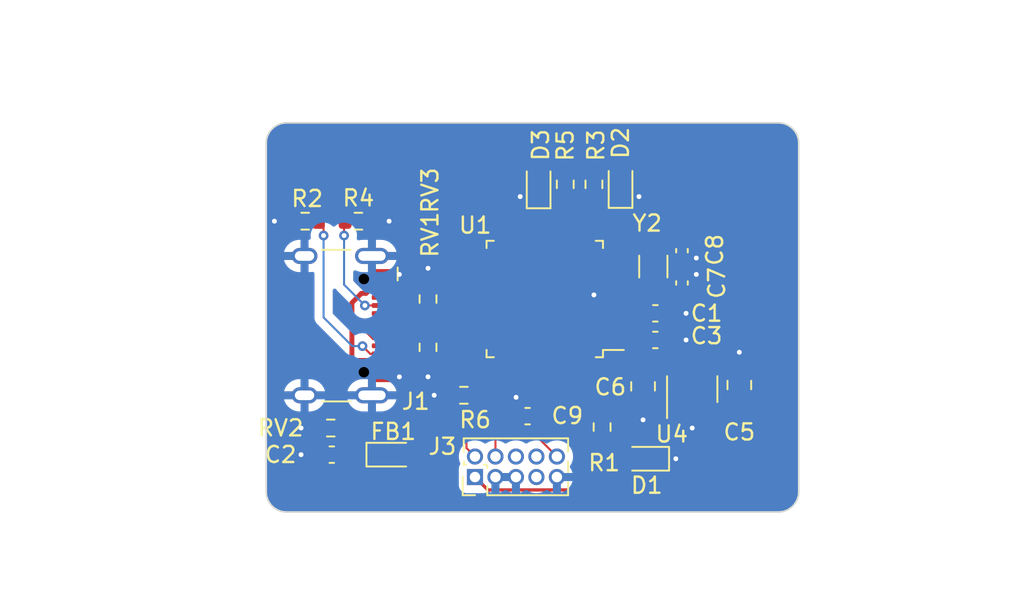
<source format=kicad_pcb>
(kicad_pcb (version 20221018) (generator pcbnew)
  (layers (0 "F.Cu" signal) (31 "B.Cu" signal) (34 "B.Paste" user) (35 "F.Paste" user) (36 "B.SilkS" user "B.Silkscreen") (37 "F.SilkS" user "F.Silkscreen") (38 "B.Mask" user) (39 "F.Mask" user) (44 "Edge.Cuts" user))
  (net 0 "")
  (net 1 "+3V3")
  (net 2 "GND")
  (net 3 "+5V")
  (net 4 "/NRESET")
  (net 5 "Net-(D1-A)")
  (net 6 "Net-(D2-A)")
  (net 7 "Net-(D3-A)")
  (net 8 "/SWDIO")
  (net 9 "/SWCLK")
  (net 10 "/RED_ANN")
  (net 11 "Net-(J1-CC2)")
  (net 12 "Net-(J1-CC1)")
  (net 13 "/GRN_ANN")
  (net 37 "/USB_N")
  (net 38 "/USB_P")
  (net 53 "/VBUS")
  (net 54 "/OSC_IN")
  (net 55 "/OSC_OUT")
  (footprint "Resistor_SMD:R_0603_1608Metric" (layer "F.Cu") (at 90.043 72.3392 -90)
    (fp_text reference "RV1" (at -6.985 -0.127 90) (layer "F.SilkS"))
    (fp_text value "CG0603MLC-05LE")
    (fp_line (start -0.237258 -0.5225) (end 0.237258 -0.5225) (stroke (width 0.12)) (layer "F.SilkS"))
    (fp_line (start -0.237258 0.5225) (end 0.237258 0.5225) (stroke (width 0.12)) (layer "F.SilkS"))
    (pad "1" smd roundrect (at -0.825 0 270) (size 0.8 0.95) (layers "F.Cu" "F.Paste" "F.Mask") (net 38 "/USB_P"))
    (pad "2" smd roundrect (at 0.825 0 270) (size 0.8 0.95) (layers "F.Cu" "F.Paste" "F.Mask") (net 2 "GND"))
  )
  (footprint "Resistor_SMD:R_0603_1608Metric" (layer "F.Cu") (at 100.33 62.23 90)
    (fp_text reference "R3" (at 2.413 0.127 90) (layer "F.SilkS"))
    (fp_text value "1K0")
    (fp_line (start -0.237258 -0.5225) (end 0.237258 -0.5225) (stroke (width 0.12)) (layer "F.SilkS"))
    (fp_line (start -0.237258 0.5225) (end 0.237258 0.5225) (stroke (width 0.12)) (layer "F.SilkS"))
    (pad "1" smd roundrect (at -0.825 0 90) (size 0.8 0.95) (layers "F.Cu" "F.Paste" "F.Mask") (net 10 "/RED_ANN"))
    (pad "2" smd roundrect (at 0.825 0 90) (size 0.8 0.95) (layers "F.Cu" "F.Paste" "F.Mask") (net 6 "Net-(D2-A)"))
  )
  (footprint "Diode_SMD:D_0603_1608Metric_Pad1.05x0.95mm_HandSolder" (layer "F.Cu") (at 87.884 78.994)
    (fp_text reference "FB1" (at 0 -1.43) (layer "F.SilkS"))
    (fp_text value "FerriteBead_Small")
    (fp_line (start -1.66 -0.735) (end -1.66 0.735) (stroke (width 0.12)) (layer "F.SilkS"))
    (fp_line (start -1.66 0.735) (end 0.8 0.735) (stroke (width 0.12)) (layer "F.SilkS"))
    (fp_line (start 0.8 -0.735) (end -1.66 -0.735) (stroke (width 0.12)) (layer "F.SilkS"))
    (pad "1" smd roundrect (at -0.875 0) (size 1.05 0.95) (layers "F.Cu" "F.Paste" "F.Mask") (net 53 "/VBUS"))
    (pad "2" smd roundrect (at 0.875 0) (size 1.05 0.95) (layers "F.Cu" "F.Paste" "F.Mask") (net 3 "+5V"))
  )
  (footprint "Connector_PinHeader_1.27mm:PinHeader_2x05_P1.27mm_Vertical" (layer "F.Cu") (at 92.954 80.381 90)
    (fp_text reference "J3" (at 1.895 -2.022 180) (layer "F.SilkS"))
    (fp_text value "Conn_ARM_JTAG_SWD_10")
    (fp_line (start -1.13 -0.76) (end 0 -0.76) (stroke (width 0.12)) (layer "F.SilkS"))
    (fp_line (start -1.13 0) (end -1.13 -0.76) (stroke (width 0.12)) (layer "F.SilkS"))
    (fp_line (start -1.13 0.76) (end -1.13 5.775) (stroke (width 0.12)) (layer "F.SilkS"))
    (fp_line (start -1.13 0.76) (end -0.563471 0.76) (stroke (width 0.12)) (layer "F.SilkS"))
    (fp_line (start -1.13 5.775) (end -0.30753 5.775) (stroke (width 0.12)) (layer "F.SilkS"))
    (fp_line (start 0.30753 5.775) (end 0.96247 5.775) (stroke (width 0.12)) (layer "F.SilkS"))
    (fp_line (start 0.563471 0.76) (end 0.706529 0.76) (stroke (width 0.12)) (layer "F.SilkS"))
    (fp_line (start 0.76 -0.695) (end 0.96247 -0.695) (stroke (width 0.12)) (layer "F.SilkS"))
    (fp_line (start 0.76 -0.563471) (end 0.76 -0.695) (stroke (width 0.12)) (layer "F.SilkS"))
    (fp_line (start 0.76 0.706529) (end 0.76 0.563471) (stroke (width 0.12)) (layer "F.SilkS"))
    (fp_line (start 1.57753 -0.695) (end 2.4 -0.695) (stroke (width 0.12)) (layer "F.SilkS"))
    (fp_line (start 1.57753 5.775) (end 2.4 5.775) (stroke (width 0.12)) (layer "F.SilkS"))
    (fp_line (start 2.4 -0.695) (end 2.4 5.775) (stroke (width 0.12)) (layer "F.SilkS"))
    (pad "1" thru_hole rect (at 0 0 90) (size 1 1) (drill 0.65) (layers "*.Cu" "*.Mask") (net 1 "+3V3"))
    (pad "2" thru_hole oval (at 1.27 0 90) (size 1 1) (drill 0.65) (layers "*.Cu" "*.Mask") (net 8 "/SWDIO"))
    (pad "3" thru_hole oval (at 0 1.27 90) (size 1 1) (drill 0.65) (layers "*.Cu" "*.Mask") (net 2 "GND"))
    (pad "4" thru_hole oval (at 1.27 1.27 90) (size 1 1) (drill 0.65) (layers "*.Cu" "*.Mask") (net 9 "/SWCLK"))
    (pad "5" thru_hole oval (at 0 2.54 90) (size 1 1) (drill 0.65) (layers "*.Cu" "*.Mask") (net 2 "GND"))
    (pad "6" thru_hole oval (at 1.27 2.54 90) (size 1 1) (drill 0.65) (layers "*.Cu" "*.Mask"))
    (pad "7" thru_hole oval (at 0 3.81 90) (size 1 1) (drill 0.65) (layers "*.Cu" "*.Mask"))
    (pad "8" thru_hole oval (at 1.27 3.81 90) (size 1 1) (drill 0.65) (layers "*.Cu" "*.Mask"))
    (pad "9" thru_hole oval (at 0 5.08 90) (size 1 1) (drill 0.65) (layers "*.Cu" "*.Mask") (net 2 "GND"))
    (pad "10" thru_hole oval (at 1.27 5.08 90) (size 1 1) (drill 0.65) (layers "*.Cu" "*.Mask") (net 4 "/NRESET"))
  )
  (footprint "Resistor_SMD:R_0603_1608Metric" (layer "F.Cu") (at 98.552 62.23 90)
    (fp_text reference "R5" (at 2.413 0 90) (layer "F.SilkS"))
    (fp_text value "330")
    (fp_line (start -0.237258 -0.5225) (end 0.237258 -0.5225) (stroke (width 0.12)) (layer "F.SilkS"))
    (fp_line (start -0.237258 0.5225) (end 0.237258 0.5225) (stroke (width 0.12)) (layer "F.SilkS"))
    (pad "1" smd roundrect (at -0.825 0 90) (size 0.8 0.95) (layers "F.Cu" "F.Paste" "F.Mask") (net 13 "/GRN_ANN"))
    (pad "2" smd roundrect (at 0.825 0 90) (size 0.8 0.95) (layers "F.Cu" "F.Paste" "F.Mask") (net 7 "Net-(D3-A)"))
  )
  (footprint "Resistor_SMD:R_0603_1608Metric" (layer "F.Cu") (at 84.011 77.343 180)
    (fp_text reference "RV2" (at 3.112 0) (layer "F.SilkS"))
    (fp_text value "CG0603MLC-05LE")
    (fp_line (start -0.237258 -0.5225) (end 0.237258 -0.5225) (stroke (width 0.12)) (layer "F.SilkS"))
    (fp_line (start -0.237258 0.5225) (end 0.237258 0.5225) (stroke (width 0.12)) (layer "F.SilkS"))
    (pad "1" smd roundrect (at -0.825 0 180) (size 0.8 0.95) (layers "F.Cu" "F.Paste" "F.Mask") (net 53 "/VBUS"))
    (pad "2" smd roundrect (at 0.825 0 180) (size 0.8 0.95) (layers "F.Cu" "F.Paste" "F.Mask") (net 2 "GND"))
  )
  (footprint "Capacitor_SMD:C_0603_1608Metric" (layer "F.Cu") (at 104.14 71.882)
    (fp_text reference "C3" (at 3.175 -0.254) (layer "F.SilkS"))
    (fp_text value "100n")
    (fp_line (start -0.14058 -0.51) (end 0.14058 -0.51) (stroke (width 0.12)) (layer "F.SilkS"))
    (fp_line (start -0.14058 0.51) (end 0.14058 0.51) (stroke (width 0.12)) (layer "F.SilkS"))
    (pad "1" smd roundrect (at -0.775 0) (size 0.9 0.95) (layers "F.Cu" "F.Paste" "F.Mask") (net 1 "+3V3"))
    (pad "2" smd roundrect (at 0.775 0) (size 0.9 0.95) (layers "F.Cu" "F.Paste" "F.Mask") (net 2 "GND"))
  )
  (footprint "Capacitor_SMD:C_0805_2012Metric" (layer "F.Cu") (at 109.347 74.676 90)
    (fp_text reference "C5" (at -2.921 0) (layer "F.SilkS"))
    (fp_text value "10u")
    (fp_line (start -0.261252 -0.735) (end 0.261252 -0.735) (stroke (width 0.12)) (layer "F.SilkS"))
    (fp_line (start -0.261252 0.735) (end 0.261252 0.735) (stroke (width 0.12)) (layer "F.SilkS"))
    (pad "1" smd roundrect (at -0.95 0 90) (size 1 1.45) (layers "F.Cu" "F.Paste" "F.Mask") (net 3 "+5V"))
    (pad "2" smd roundrect (at 0.95 0 90) (size 1 1.45) (layers "F.Cu" "F.Paste" "F.Mask") (net 2 "GND"))
  )
  (footprint "LED_SMD:LED_0603_1608Metric" (layer "F.Cu") (at 101.981 62.2046 90)
    (fp_text reference "D2" (at 2.54 0 90) (layer "F.SilkS"))
    (fp_text value "RED")
    (fp_line (start -1.485 -0.735) (end -1.485 0.735) (stroke (width 0.12)) (layer "F.SilkS"))
    (fp_line (start -1.485 0.735) (end 0.8 0.735) (stroke (width 0.12)) (layer "F.SilkS"))
    (fp_line (start 0.8 -0.735) (end -1.485 -0.735) (stroke (width 0.12)) (layer "F.SilkS"))
    (pad "1" smd roundrect (at -0.7875 0 90) (size 0.875 0.95) (layers "F.Cu" "F.Paste" "F.Mask") (net 2 "GND"))
    (pad "2" smd roundrect (at 0.7875 0 90) (size 0.875 0.95) (layers "F.Cu" "F.Paste" "F.Mask") (net 6 "Net-(D2-A)"))
  )
  (footprint "Package_QFP:LQFP-48_7x7mm_P0.5mm" (layer "F.Cu") (at 97.282 69.342 180)
    (fp_text reference "U1" (at 4.318 4.572) (layer "F.SilkS"))
    (fp_text value "STM32G0B1CBT")
    (fp_line (start -3.61 -3.61) (end -3.61 -3.16) (stroke (width 0.12)) (layer "F.SilkS"))
    (fp_line (start -3.61 -3.16) (end -4.9 -3.16) (stroke (width 0.12)) (layer "F.SilkS"))
    (fp_line (start -3.61 3.61) (end -3.61 3.16) (stroke (width 0.12)) (layer "F.SilkS"))
    (fp_line (start -3.16 -3.61) (end -3.61 -3.61) (stroke (width 0.12)) (layer "F.SilkS"))
    (fp_line (start -3.16 3.61) (end -3.61 3.61) (stroke (width 0.12)) (layer "F.SilkS"))
    (fp_line (start 3.16 -3.61) (end 3.61 -3.61) (stroke (width 0.12)) (layer "F.SilkS"))
    (fp_line (start 3.16 3.61) (end 3.61 3.61) (stroke (width 0.12)) (layer "F.SilkS"))
    (fp_line (start 3.61 -3.61) (end 3.61 -3.16) (stroke (width 0.12)) (layer "F.SilkS"))
    (fp_line (start 3.61 3.61) (end 3.61 3.16) (stroke (width 0.12)) (layer "F.SilkS"))
    (pad "1" smd roundrect (at -4.1625 -2.75 180) (size 1.475 0.3) (layers "F.Cu" "F.Paste" "F.Mask"))
    (pad "2" smd roundrect (at -4.1625 -2.25 180) (size 1.475 0.3) (layers "F.Cu" "F.Paste" "F.Mask"))
    (pad "3" smd roundrect (at -4.1625 -1.75 180) (size 1.475 0.3) (layers "F.Cu" "F.Paste" "F.Mask"))
    (pad "4" smd roundrect (at -4.1625 -1.25 180) (size 1.475 0.3) (layers "F.Cu" "F.Paste" "F.Mask") (net 1 "+3V3"))
    (pad "5" smd roundrect (at -4.1625 -0.75 180) (size 1.475 0.3) (layers "F.Cu" "F.Paste" "F.Mask") (net 1 "+3V3"))
    (pad "6" smd roundrect (at -4.1625 -0.25 180) (size 1.475 0.3) (layers "F.Cu" "F.Paste" "F.Mask") (net 1 "+3V3"))
    (pad "7" smd roundrect (at -4.1625 0.25 180) (size 1.475 0.3) (layers "F.Cu" "F.Paste" "F.Mask") (net 2 "GND"))
    (pad "8" smd roundrect (at -4.1625 0.75 180) (size 1.475 0.3) (layers "F.Cu" "F.Paste" "F.Mask") (net 54 "/OSC_IN"))
    (pad "9" smd roundrect (at -4.1625 1.25 180) (size 1.475 0.3) (layers "F.Cu" "F.Paste" "F.Mask") (net 55 "/OSC_OUT"))
    (pad "10" smd roundrect (at -4.1625 1.75 180) (size 1.475 0.3) (layers "F.Cu" "F.Paste" "F.Mask") (net 4 "/NRESET"))
    (pad "11" smd roundrect (at -4.1625 2.25 180) (size 1.475 0.3) (layers "F.Cu" "F.Paste" "F.Mask"))
    (pad "12" smd roundrect (at -4.1625 2.75 180) (size 1.475 0.3) (layers "F.Cu" "F.Paste" "F.Mask"))
    (pad "13" smd roundrect (at -2.75 4.1625 180) (size 0.3 1.475) (layers "F.Cu" "F.Paste" "F.Mask"))
    (pad "14" smd roundrect (at -2.25 4.1625 180) (size 0.3 1.475) (layers "F.Cu" "F.Paste" "F.Mask") (net 10 "/RED_ANN"))
    (pad "15" smd roundrect (at -1.75 4.1625 180) (size 0.3 1.475) (layers "F.Cu" "F.Paste" "F.Mask") (net 13 "/GRN_ANN"))
    (pad "16" smd roundrect (at -1.25 4.1625 180) (size 0.3 1.475) (layers "F.Cu" "F.Paste" "F.Mask"))
    (pad "17" smd roundrect (at -0.75 4.1625 180) (size 0.3 1.475) (layers "F.Cu" "F.Paste" "F.Mask"))
    (pad "18" smd roundrect (at -0.25 4.1625 180) (size 0.3 1.475) (layers "F.Cu" "F.Paste" "F.Mask"))
    (pad "19" smd roundrect (at 0.25 4.1625 180) (size 0.3 1.475) (layers "F.Cu" "F.Paste" "F.Mask"))
    (pad "20" smd roundrect (at 0.75 4.1625 180) (size 0.3 1.475) (layers "F.Cu" "F.Paste" "F.Mask"))
    (pad "21" smd roundrect (at 1.25 4.1625 180) (size 0.3 1.475) (layers "F.Cu" "F.Paste" "F.Mask"))
    (pad "22" smd roundrect (at 1.75 4.1625 180) (size 0.3 1.475) (layers "F.Cu" "F.Paste" "F.Mask"))
    (pad "23" smd roundrect (at 2.25 4.1625 180) (size 0.3 1.475) (layers "F.Cu" "F.Paste" "F.Mask"))
    (pad "24" smd roundrect (at 2.75 4.1625 180) (size 0.3 1.475) (layers "F.Cu" "F.Paste" "F.Mask"))
    (pad "25" smd roundrect (at 4.1625 2.75 180) (size 1.475 0.3) (layers "F.Cu" "F.Paste" "F.Mask"))
    (pad "26" smd roundrect (at 4.1625 2.25 180) (size 1.475 0.3) (layers "F.Cu" "F.Paste" "F.Mask"))
    (pad "27" smd roundrect (at 4.1625 1.75 180) (size 1.475 0.3) (layers "F.Cu" "F.Paste" "F.Mask"))
    (pad "28" smd roundrect (at 4.1625 1.25 180) (size 1.475 0.3) (layers "F.Cu" "F.Paste" "F.Mask"))
    (pad "29" smd roundrect (at 4.1625 0.75 180) (size 1.475 0.3) (layers "F.Cu" "F.Paste" "F.Mask"))
    (pad "30" smd roundrect (at 4.1625 0.25 180) (size 1.475 0.3) (layers "F.Cu" "F.Paste" "F.Mask"))
    (pad "31" smd roundrect (at 4.1625 -0.25 180) (size 1.475 0.3) (layers "F.Cu" "F.Paste" "F.Mask"))
    (pad "32" smd roundrect (at 4.1625 -0.75 180) (size 1.475 0.3) (layers "F.Cu" "F.Paste" "F.Mask"))
    (pad "33" smd roundrect (at 4.1625 -1.25 180) (size 1.475 0.3) (layers "F.Cu" "F.Paste" "F.Mask") (net 37 "/USB_N"))
    (pad "34" smd roundrect (at 4.1625 -1.75 180) (size 1.475 0.3) (layers "F.Cu" "F.Paste" "F.Mask") (net 38 "/USB_P"))
    (pad "35" smd roundrect (at 4.1625 -2.25 180) (size 1.475 0.3) (layers "F.Cu" "F.Paste" "F.Mask") (net 8 "/SWDIO"))
    (pad "36" smd roundrect (at 4.1625 -2.75 180) (size 1.475 0.3) (layers "F.Cu" "F.Paste" "F.Mask") (net 9 "/SWCLK"))
    (pad "37" smd roundrect (at 2.75 -4.1625 180) (size 0.3 1.475) (layers "F.Cu" "F.Paste" "F.Mask"))
    (pad "38" smd roundrect (at 2.25 -4.1625 180) (size 0.3 1.475) (layers "F.Cu" "F.Paste" "F.Mask"))
    (pad "39" smd roundrect (at 1.75 -4.1625 180) (size 0.3 1.475) (layers "F.Cu" "F.Paste" "F.Mask"))
    (pad "40" smd roundrect (at 1.25 -4.1625 180) (size 0.3 1.475) (layers "F.Cu" "F.Paste" "F.Mask"))
    (pad "41" smd roundrect (at 0.75 -4.1625 180) (size 0.3 1.475) (layers "F.Cu" "F.Paste" "F.Mask"))
    (pad "42" smd roundrect (at 0.25 -4.1625 180) (size 0.3 1.475) (layers "F.Cu" "F.Paste" "F.Mask"))
    (pad "43" smd roundrect (at -0.25 -4.1625 180) (size 0.3 1.475) (layers "F.Cu" "F.Paste" "F.Mask"))
    (pad "44" smd roundrect (at -0.75 -4.1625 180) (size 0.3 1.475) (layers "F.Cu" "F.Paste" "F.Mask"))
    (pad "45" smd roundrect (at -1.25 -4.1625 180) (size 0.3 1.475) (layers "F.Cu" "F.Paste" "F.Mask"))
    (pad "46" smd roundrect (at -1.75 -4.1625 180) (size 0.3 1.475) (layers "F.Cu" "F.Paste" "F.Mask"))
    (pad "47" smd roundrect (at -2.25 -4.1625 180) (size 0.3 1.475) (layers "F.Cu" "F.Paste" "F.Mask"))
    (pad "48" smd roundrect (at -2.75 -4.1625 180) (size 0.3 1.475) (layers "F.Cu" "F.Paste" "F.Mask"))
  )
  (footprint "Capacitor_SMD:C_0603_1608Metric" (layer "F.Cu") (at 104.14 70.231)
    (fp_text reference "C1" (at 3.175 0) (layer "F.SilkS"))
    (fp_text value "4u7")
    (fp_line (start -0.14058 -0.51) (end 0.14058 -0.51) (stroke (width 0.12)) (layer "F.SilkS"))
    (fp_line (start -0.14058 0.51) (end 0.14058 0.51) (stroke (width 0.12)) (layer "F.SilkS"))
    (pad "1" smd roundrect (at -0.775 0) (size 0.9 0.95) (layers "F.Cu" "F.Paste" "F.Mask") (net 1 "+3V3"))
    (pad "2" smd roundrect (at 0.775 0) (size 0.9 0.95) (layers "F.Cu" "F.Paste" "F.Mask") (net 2 "GND"))
  )
  (footprint "Resistor_SMD:R_0603_1608Metric" (layer "F.Cu") (at 100.838 77.28 -90)
    (fp_text reference "R1" (at 2.222 -0.127 -180) (layer "F.SilkS"))
    (fp_text value "2K2")
    (fp_line (start -0.237258 -0.5225) (end 0.237258 -0.5225) (stroke (width 0.12)) (layer "F.SilkS"))
    (fp_line (start -0.237258 0.5225) (end 0.237258 0.5225) (stroke (width 0.12)) (layer "F.SilkS"))
    (pad "1" smd roundrect (at -0.825 0 270) (size 0.8 0.95) (layers "F.Cu" "F.Paste" "F.Mask") (net 1 "+3V3"))
    (pad "2" smd roundrect (at 0.825 0 270) (size 0.8 0.95) (layers "F.Cu" "F.Paste" "F.Mask") (net 5 "Net-(D1-A)"))
  )
  (footprint "Capacitor_SMD:C_0603_1608Metric" (layer "F.Cu") (at 96.2152 76.6064 180)
    (fp_text reference "C9" (at -2.4638 0.0254) (layer "F.SilkS"))
    (fp_text value "100n")
    (fp_line (start -0.14058 -0.51) (end 0.14058 -0.51) (stroke (width 0.12)) (layer "F.SilkS"))
    (fp_line (start -0.14058 0.51) (end 0.14058 0.51) (stroke (width 0.12)) (layer "F.SilkS"))
    (pad "1" smd roundrect (at -0.775 0 180) (size 0.9 0.95) (layers "F.Cu" "F.Paste" "F.Mask") (net 4 "/NRESET"))
    (pad "2" smd roundrect (at 0.775 0 180) (size 0.9 0.95) (layers "F.Cu" "F.Paste" "F.Mask") (net 2 "GND"))
  )
  (footprint "Resistor_SMD:R_0603_1608Metric" (layer "F.Cu") (at 90.043 69.342 90)
    (fp_text reference "RV3" (at 6.731 0.127 90) (layer "F.SilkS"))
    (fp_text value "CG0603MLC-05LE")
    (fp_line (start -0.237258 -0.5225) (end 0.237258 -0.5225) (stroke (width 0.12)) (layer "F.SilkS"))
    (fp_line (start -0.237258 0.5225) (end 0.237258 0.5225) (stroke (width 0.12)) (layer "F.SilkS"))
    (pad "1" smd roundrect (at -0.825 0 90) (size 0.8 0.95) (layers "F.Cu" "F.Paste" "F.Mask") (net 37 "/USB_N"))
    (pad "2" smd roundrect (at 0.825 0 90) (size 0.8 0.95) (layers "F.Cu" "F.Paste" "F.Mask") (net 2 "GND"))
  )
  (footprint "Crystal:Crystal_SMD_3215-2Pin_3.2x1.5mm" (layer "F.Cu") (at 104.013 67.33 -90)
    (fp_text reference "Y2" (at -2.687 0.381 -180) (layer "F.SilkS"))
    (fp_text value "NX3225GD 8 MHz")
    (fp_line (start -0.675 -0.875) (end 0.675 -0.875) (stroke (width 0.12)) (layer "F.SilkS"))
    (fp_line (start -0.675 0.875) (end 0.675 0.875) (stroke (width 0.12)) (layer "F.SilkS"))
    (pad "1" smd rect (at 1.25 0 270) (size 1 1.8) (layers "F.Cu" "F.Paste" "F.Mask") (net 54 "/OSC_IN"))
    (pad "2" smd rect (at -1.25 0 270) (size 1 1.8) (layers "F.Cu" "F.Paste" "F.Mask") (net 55 "/OSC_OUT"))
  )
  (footprint "Capacitor_SMD:C_0805_2012Metric" (layer "F.Cu") (at 103.378 74.757 -90)
    (fp_text reference "C6" (at 0.046 2.032 -180) (layer "F.SilkS"))
    (fp_text value "10u")
    (fp_line (start -0.261252 -0.735) (end 0.261252 -0.735) (stroke (width 0.12)) (layer "F.SilkS"))
    (fp_line (start -0.261252 0.735) (end 0.261252 0.735) (stroke (width 0.12)) (layer "F.SilkS"))
    (pad "1" smd roundrect (at -0.95 0 270) (size 1 1.45) (layers "F.Cu" "F.Paste" "F.Mask") (net 1 "+3V3"))
    (pad "2" smd roundrect (at 0.95 0 270) (size 1 1.45) (layers "F.Cu" "F.Paste" "F.Mask") (net 2 "GND"))
  )
  (footprint "Capacitor_SMD:C_0402_1005Metric" (layer "F.Cu") (at 105.791 66.342 -90)
    (fp_text reference "C8" (at -0.048 -2.032 90) (layer "F.SilkS"))
    (fp_text value "6p2")
    (fp_line (start -0.107836 -0.36) (end 0.107836 -0.36) (stroke (width 0.12)) (layer "F.SilkS"))
    (fp_line (start -0.107836 0.36) (end 0.107836 0.36) (stroke (width 0.12)) (layer "F.SilkS"))
    (pad "1" smd roundrect (at -0.48 0 270) (size 0.56 0.62) (layers "F.Cu" "F.Paste" "F.Mask") (net 55 "/OSC_OUT"))
    (pad "2" smd roundrect (at 0.48 0 270) (size 0.56 0.62) (layers "F.Cu" "F.Paste" "F.Mask") (net 2 "GND"))
  )
  (footprint "Resistor_SMD:R_0603_1608Metric" (layer "F.Cu") (at 85.725 64.516)
    (fp_text reference "R4" (at 0 -1.43) (layer "F.SilkS"))
    (fp_text value "5K1")
    (fp_line (start -0.237258 -0.5225) (end 0.237258 -0.5225) (stroke (width 0.12)) (layer "F.SilkS"))
    (fp_line (start -0.237258 0.5225) (end 0.237258 0.5225) (stroke (width 0.12)) (layer "F.SilkS"))
    (pad "1" smd roundrect (at -0.825 0) (size 0.8 0.95) (layers "F.Cu" "F.Paste" "F.Mask") (net 12 "Net-(J1-CC1)"))
    (pad "2" smd roundrect (at 0.825 0) (size 0.8 0.95) (layers "F.Cu" "F.Paste" "F.Mask") (net 2 "GND"))
  )
  (footprint "LED_SMD:LED_0603_1608Metric" (layer "F.Cu") (at 103.505 79.248 180)
    (fp_text reference "D1" (at -0.1015 -1.651 180) (layer "F.SilkS"))
    (fp_text value "YEL")
    (fp_line (start -1.485 -0.735) (end -1.485 0.735) (stroke (width 0.12)) (layer "F.SilkS"))
    (fp_line (start -1.485 0.735) (end 0.8 0.735) (stroke (width 0.12)) (layer "F.SilkS"))
    (fp_line (start 0.8 -0.735) (end -1.485 -0.735) (stroke (width 0.12)) (layer "F.SilkS"))
    (pad "1" smd roundrect (at -0.7875 0 180) (size 0.875 0.95) (layers "F.Cu" "F.Paste" "F.Mask") (net 2 "GND"))
    (pad "2" smd roundrect (at 0.7875 0 180) (size 0.875 0.95) (layers "F.Cu" "F.Paste" "F.Mask") (net 5 "Net-(D1-A)"))
  )
  (footprint "Resistor_SMD:R_0603_1608Metric" (layer "F.Cu") (at 92.266 75.311 180)
    (fp_text reference "R6" (at -0.698 -1.524) (layer "F.SilkS"))
    (fp_text value "10K")
    (fp_line (start -0.237258 -0.5225) (end 0.237258 -0.5225) (stroke (width 0.12)) (layer "F.SilkS"))
    (fp_line (start -0.237258 0.5225) (end 0.237258 0.5225) (stroke (width 0.12)) (layer "F.SilkS"))
    (pad "1" smd roundrect (at -0.825 0 180) (size 0.8 0.95) (layers "F.Cu" "F.Paste" "F.Mask") (net 9 "/SWCLK"))
    (pad "2" smd roundrect (at 0.825 0 180) (size 0.8 0.95) (layers "F.Cu" "F.Paste" "F.Mask") (net 2 "GND"))
  )
  (footprint "Package_TO_SOT_SMD:SOT-23-5" (layer "F.Cu") (at 106.426 74.93 90)
    (fp_text reference "U4" (at -2.794 -1.27 180) (layer "F.SilkS"))
    (fp_text value "LP5907MFX-3.3")
    (fp_line (start 0 -1.56) (end -1.8 -1.56) (stroke (width 0.12)) (layer "F.SilkS"))
    (fp_line (start 0 -1.56) (end 0.8 -1.56) (stroke (width 0.12)) (layer "F.SilkS"))
    (fp_line (start 0 1.56) (end -0.8 1.56) (stroke (width 0.12)) (layer "F.SilkS"))
    (fp_line (start 0 1.56) (end 0.8 1.56) (stroke (width 0.12)) (layer "F.SilkS"))
    (pad "1" smd roundrect (at -1.1375 -0.95 90) (size 1.325 0.6) (layers "F.Cu" "F.Paste" "F.Mask") (net 3 "+5V"))
    (pad "2" smd roundrect (at -1.1375 0 90) (size 1.325 0.6) (layers "F.Cu" "F.Paste" "F.Mask") (net 2 "GND"))
    (pad "3" smd roundrect (at -1.1375 0.95 90) (size 1.325 0.6) (layers "F.Cu" "F.Paste" "F.Mask") (net 3 "+5V"))
    (pad "4" smd roundrect (at 1.1375 0.95 90) (size 1.325 0.6) (layers "F.Cu" "F.Paste" "F.Mask"))
    (pad "5" smd roundrect (at 1.1375 -0.95 90) (size 1.325 0.6) (layers "F.Cu" "F.Paste" "F.Mask") (net 1 "+3V3"))
  )
  (footprint "Connector_USB:USB_C_Receptacle_HCTL_HC-TYPE-C-16P-01A" (layer "F.Cu") (at 83.46 70.993 -90)
    (fp_text reference "J1" (at 4.699 -5.821 -180) (layer "F.SilkS"))
    (fp_text value "USB_C_Receptacle_USB2.0")
    (fp_line (start -4.7 -1.78) (end -4.7 0) (stroke (width 0.12)) (layer "F.SilkS"))
    (fp_line (start -2.8 -4.7) (end -3.6 -4.7) (stroke (width 0.12)) (layer "F.SilkS"))
    (fp_line (start 4.7 -1.78) (end 4.7 0) (stroke (width 0.12)) (layer "F.SilkS"))
    (pad "" np_thru_hole circle (at -2.89 -2.605 270) (size 0.65 0.65) (drill 0.65) (layers "*.Mask"))
    (pad "" np_thru_hole circle (at 2.89 -2.605 270) (size 0.65 0.65) (drill 0.65) (layers "*.Mask"))
    (pad "A1" smd roundrect (at -3.2 -3.745 270) (size 0.6 1.3) (layers "F.Cu" "F.Paste" "F.Mask") (net 2 "GND"))
    (pad "A4" smd roundrect (at -2.4 -3.745 270) (size 0.6 1.3) (layers "F.Cu" "F.Paste" "F.Mask") (net 53 "/VBUS"))
    (pad "A5" smd roundrect (at -1.25 -3.745 270) (size 0.3 1.3) (layers "F.Cu" "F.Paste" "F.Mask") (net 12 "Net-(J1-CC1)"))
    (pad "A6" smd roundrect (at -0.25 -3.745 270) (size 0.3 1.3) (layers "F.Cu" "F.Paste" "F.Mask") (net 38 "/USB_P"))
    (pad "A7" smd roundrect (at 0.25 -3.745 270) (size 0.3 1.3) (layers "F.Cu" "F.Paste" "F.Mask") (net 37 "/USB_N"))
    (pad "A8" smd roundrect (at 1.25 -3.745 270) (size 0.3 1.3) (layers "F.Cu" "F.Paste" "F.Mask"))
    (pad "A9" smd roundrect (at 2.4 -3.745 270) (size 0.6 1.3) (layers "F.Cu" "F.Paste" "F.Mask") (net 53 "/VBUS"))
    (pad "A12" smd roundrect (at 3.2 -3.745 270) (size 0.6 1.3) (layers "F.Cu" "F.Paste" "F.Mask") (net 2 "GND"))
    (pad "B1" smd roundrect (at 3.2 -3.745 270) (size 0.6 1.3) (layers "F.Cu" "F.Paste" "F.Mask") (net 2 "GND"))
    (pad "B4" smd roundrect (at 2.4 -3.745 270) (size 0.6 1.3) (layers "F.Cu" "F.Paste" "F.Mask") (net 53 "/VBUS"))
    (pad "B5" smd roundrect (at 1.75 -3.745 270) (size 0.3 1.3) (layers "F.Cu" "F.Paste" "F.Mask") (net 11 "Net-(J1-CC2)"))
    (pad "B6" smd roundrect (at 0.75 -3.745 270) (size 0.3 1.3) (layers "F.Cu" "F.Paste" "F.Mask") (net 38 "/USB_P"))
    (pad "B7" smd roundrect (at -0.75 -3.745 270) (size 0.3 1.3) (layers "F.Cu" "F.Paste" "F.Mask") (net 37 "/USB_N"))
    (pad "B8" smd roundrect (at -1.75 -3.745 270) (size 0.3 1.3) (layers "F.Cu" "F.Paste" "F.Mask"))
    (pad "B9" smd roundrect (at -2.4 -3.745 270) (size 0.6 1.3) (layers "F.Cu" "F.Paste" "F.Mask") (net 53 "/VBUS"))
    (pad "B12" smd roundrect (at -3.2 -3.745 270) (size 0.6 1.3) (layers "F.Cu" "F.Paste" "F.Mask") (net 2 "GND"))
    (pad "S1" thru_hole oval (at -4.32 -3.105 270) (size 1 2.1) (drill oval 0.6 1.7) (layers "*.Cu" "*.Mask") (net 2 "GND"))
    (pad "S1" thru_hole oval (at -4.32 1.075 270) (size 1 1.6) (drill oval 0.6 1.2) (layers "*.Cu" "*.Mask") (net 2 "GND"))
    (pad "S1" thru_hole oval (at 4.32 -3.105 270) (size 1 2.1) (drill oval 0.6 1.7) (layers "*.Cu" "*.Mask") (net 2 "GND"))
    (pad "S1" thru_hole oval (at 4.32 1.075 270) (size 1 1.6) (drill oval 0.6 1.2) (layers "*.Cu" "*.Mask") (net 2 "GND"))
  )
  (footprint "LED_SMD:LED_0603_1608Metric" (layer "F.Cu") (at 96.901 62.23 90)
    (fp_text reference "D3" (at 2.4385 0.127 90) (layer "F.SilkS"))
    (fp_text value "GRN")
    (fp_line (start -1.485 -0.735) (end -1.485 0.735) (stroke (width 0.12)) (layer "F.SilkS"))
    (fp_line (start -1.485 0.735) (end 0.8 0.735) (stroke (width 0.12)) (layer "F.SilkS"))
    (fp_line (start 0.8 -0.735) (end -1.485 -0.735) (stroke (width 0.12)) (layer "F.SilkS"))
    (pad "1" smd roundrect (at -0.7875 0 90) (size 0.875 0.95) (layers "F.Cu" "F.Paste" "F.Mask") (net 2 "GND"))
    (pad "2" smd roundrect (at 0.7875 0 90) (size 0.875 0.95) (layers "F.Cu" "F.Paste" "F.Mask") (net 7 "Net-(D3-A)"))
  )
  (footprint "Resistor_SMD:R_0603_1608Metric" (layer "F.Cu") (at 82.423 64.516 180)
    (fp_text reference "R2" (at -0.127 1.397) (layer "F.SilkS"))
    (fp_text value "5K1")
    (fp_line (start -0.237258 -0.5225) (end 0.237258 -0.5225) (stroke (width 0.12)) (layer "F.SilkS"))
    (fp_line (start -0.237258 0.5225) (end 0.237258 0.5225) (stroke (width 0.12)) (layer "F.SilkS"))
    (pad "1" smd roundrect (at -0.825 0 180) (size 0.8 0.95) (layers "F.Cu" "F.Paste" "F.Mask") (net 11 "Net-(J1-CC2)"))
    (pad "2" smd roundrect (at 0.825 0 180) (size 0.8 0.95) (layers "F.Cu" "F.Paste" "F.Mask") (net 2 "GND"))
  )
  (footprint "Capacitor_SMD:C_0402_1005Metric" (layer "F.Cu") (at 105.791 68.346 90)
    (fp_text reference "C7" (at 0 2.159 90) (layer "F.SilkS"))
    (fp_text value "6p2")
    (fp_line (start -0.107836 -0.36) (end 0.107836 -0.36) (stroke (width 0.12)) (layer "F.SilkS"))
    (fp_line (start -0.107836 0.36) (end 0.107836 0.36) (stroke (width 0.12)) (layer "F.SilkS"))
    (pad "1" smd roundrect (at -0.48 0 90) (size 0.56 0.62) (layers "F.Cu" "F.Paste" "F.Mask") (net 54 "/OSC_IN"))
    (pad "2" smd roundrect (at 0.48 0 90) (size 0.56 0.62) (layers "F.Cu" "F.Paste" "F.Mask") (net 2 "GND"))
  )
  (footprint "Capacitor_SMD:C_0603_1608Metric" (layer "F.Cu") (at 84.074 78.994 180)
    (fp_text reference "C2" (at 3.175 0) (layer "F.SilkS"))
    (fp_text value "10n")
    (fp_line (start -0.14058 -0.51) (end 0.14058 -0.51) (stroke (width 0.12)) (layer "F.SilkS"))
    (fp_line (start -0.14058 0.51) (end 0.14058 0.51) (stroke (width 0.12)) (layer "F.SilkS"))
    (pad "1" smd roundrect (at -0.775 0 180) (size 0.9 0.95) (layers "F.Cu" "F.Paste" "F.Mask") (net 53 "/VBUS"))
    (pad "2" smd roundrect (at 0.775 0 180) (size 0.9 0.95) (layers "F.Cu" "F.Paste" "F.Mask") (net 2 "GND"))
  )
  (gr_line (start 80.01 81.28) (end 80.01 59.69) (stroke (width 0.1)) (layer "Edge.Cuts"))
  (gr_arc (start 81.28 82.55) (mid 80.381974 82.178026) (end 80.01 81.28) (stroke (width 0.1)) (layer "Edge.Cuts"))
  (gr_arc (start 80.01 59.69) (mid 80.381974 58.791974) (end 81.28 58.42) (stroke (width 0.1)) (layer "Edge.Cuts"))
  (gr_line (start 113.03 59.69) (end 113.03 81.28) (stroke (width 0.1)) (layer "Edge.Cuts"))
  (gr_arc (start 113.03 81.28) (mid 112.658026 82.178026) (end 111.76 82.55) (stroke (width 0.1)) (layer "Edge.Cuts"))
  (gr_line (start 111.76 82.55) (end 81.28 82.55) (stroke (width 0.1)) (layer "Edge.Cuts"))
  (gr_line (start 111.76 58.42) (end 81.28 58.42) (stroke (width 0.1)) (layer "Edge.Cuts"))
  (gr_arc (start 111.76 58.42) (mid 112.658026 58.791974) (end 113.03 59.69) (stroke (width 0.1)) (layer "Edge.Cuts"))
  (segment (start 100.858 76.327) (end 103.378 73.807) (width 0.3048) (layer "F.Cu") (net 1))
  (segment (start 100.0614 77.2316) (end 100.838 76.455) (width 0.2032) (layer "F.Cu") (net 1))
  (segment (start 93.7556 81.1826) (end 99.1574 81.1826) (width 0.2032) (layer "F.Cu") (net 1))
  (segment (start 92.954 80.381) (end 93.7556 81.1826) (width 0.2032) (layer "F.Cu") (net 1))
  (segment (start 105.476 73.7925) (end 103.3925 73.7925) (width 0.508) (layer "F.Cu") (net 1))
  (segment (start 99.1574 81.1826) (end 100.0614 80.2786) (width 0.2032) (layer "F.Cu") (net 1))
  (segment (start 101.4445 70.092) (end 101.4445 70.485) (width 0.3048) (layer "F.Cu") (net 1))
  (segment (start 101.4445 69.723) (end 101.4445 70.092) (width 0.3048) (layer "F.Cu") (net 1))
  (segment (start 101.4445 70.092) (end 103.226 70.092) (width 0.25) (layer "F.Cu") (net 1))
  (segment (start 100.0614 80.2786) (end 100.0614 77.2316) (width 0.2032) (layer "F.Cu") (net 1))
  (segment (start 103.365 70.231) (end 103.365 71.882) (width 0.381) (layer "F.Cu") (net 1))
  (segment (start 103.365 71.882) (end 103.365 73.794) (width 0.381) (layer "F.Cu") (net 1))
  (segment (start 90.043 73.1642) (end 90.043 74.168) (width 0.254) (layer "F.Cu") (net 2))
  (segment (start 104.915 70.231) (end 106.045 70.231) (width 0.254) (layer "F.Cu") (net 2))
  (segment (start 88.24 67.793) (end 88.265 67.818) (width 0.254) (layer "F.Cu") (net 2))
  (segment (start 109.347 73.726) (end 109.347 72.644) (width 0.508) (layer "F.Cu") (net 2))
  (segment (start 104.915 71.882) (end 106.045 71.882) (width 0.254) (layer "F.Cu") (net 2))
  (segment (start 106.632 67.866) (end 106.68 67.818) (width 0.254) (layer "F.Cu") (net 2))
  (segment (start 81.598 64.516) (end 80.518 64.516) (width 0.254) (layer "F.Cu") (net 2))
  (segment (start 91.441 75.311) (end 90.424 75.311) (width 0.254) (layer "F.Cu") (net 2))
  (segment (start 106.426 76.0675) (end 106.426 77.343) (width 0.508) (layer "F.Cu") (net 2))
  (segment (start 105.791 67.866) (end 106.632 67.866) (width 0.254) (layer "F.Cu") (net 2))
  (segment (start 86.55 64.516) (end 87.63 64.516) (width 0.254) (layer "F.Cu") (net 2))
  (segment (start 106.66 66.822) (end 106.68 66.802) (width 0.254) (layer "F.Cu") (net 2))
  (segment (start 100.33 69.088) (end 101.4405 69.088) (width 0.254) (layer "F.Cu") (net 2))
  (segment (start 96.901 63.0175) (end 95.7835 63.0175) (width 0.254) (layer "F.Cu") (net 2))
  (segment (start 95.4402 75.5018) (end 95.504 75.438) (width 0.254) (layer "F.Cu") (net 2))
  (segment (start 104.2925 79.248) (end 105.41 79.248) (width 0.254) (layer "F.Cu") (net 2))
  (segment (start 95.7835 63.0175) (end 95.758 62.992) (width 0.254) (layer "F.Cu") (net 2))
  (segment (start 87.205 67.793) (end 88.24 67.793) (width 0.254) (layer "F.Cu") (net 2))
  (segment (start 83.299 78.994) (end 82.169 78.994) (width 0.254) (layer "F.Cu") (net 2))
  (segment (start 83.186 77.343) (end 82.169 77.343) (width 0.254) (layer "F.Cu") (net 2))
  (segment (start 88.265 74.168) (end 87.23 74.168) (width 0.254) (layer "F.Cu") (net 2))
  (segment (start 103.1239 62.9921) (end 103.124 62.992) (width 0.254) (layer "F.Cu") (net 2))
  (segment (start 103.378 75.707) (end 103.378 76.835) (width 0.254) (layer "F.Cu") (net 2))
  (segment (start 105.791 66.822) (end 106.66 66.822) (width 0.254) (layer "F.Cu") (net 2))
  (segment (start 90.043 68.517) (end 90.043 67.437) (width 0.254) (layer "F.Cu") (net 2))
  (segment (start 101.981 62.9921) (end 103.1239 62.9921) (width 0.254) (layer "F.Cu") (net 2))
  (segment (start 105.791 66.822) (end 105.791 67.866) (width 0.254) (layer "F.Cu") (net 2))
  (segment (start 95.4402 76.6064) (end 95.4402 75.5018) (width 0.254) (layer "F.Cu") (net 2))
  (via (at 90.043 67.437) (size 0.6) (drill 0.3) (layers "F.Cu" "B.Cu") (net 2))
  (via (at 106.68 66.802) (size 0.6) (drill 0.3) (layers "F.Cu" "B.Cu") (net 2))
  (via (at 90.424 75.311) (size 0.6) (drill 0.3) (layers "F.Cu" "B.Cu") (net 2))
  (via (at 105.41 79.248) (size 0.6) (drill 0.3) (layers "F.Cu" "B.Cu") (net 2))
  (via (at 100.33 69.088) (size 0.6) (drill 0.3) (layers "F.Cu" "B.Cu") (net 2))
  (via (at 103.124 62.992) (size 0.6) (drill 0.3) (layers "F.Cu" "B.Cu") (net 2))
  (via (at 95.758 62.992) (size 0.6) (drill 0.3) (layers "F.Cu" "B.Cu") (net 2))
  (via (at 88.265 74.168) (size 0.6) (drill 0.3) (layers "F.Cu" "B.Cu") (net 2))
  (via (at 82.169 78.994) (size 0.6) (drill 0.3) (layers "F.Cu" "B.Cu") (net 2))
  (via (at 82.169 77.343) (size 0.6) (drill 0.3) (layers "F.Cu" "B.Cu") (net 2))
  (via (at 103.378 76.835) (size 0.6) (drill 0.3) (layers "F.Cu" "B.Cu") (net 2))
  (via (at 88.265 67.818) (size 0.6) (drill 0.3) (layers "F.Cu" "B.Cu") (net 2))
  (via (at 106.426 77.343) (size 0.6) (drill 0.3) (layers "F.Cu" "B.Cu") (net 2))
  (via (at 90.043 74.168) (size 0.6) (drill 0.3) (layers "F.Cu" "B.Cu") (net 2))
  (via (at 106.68 67.818) (size 0.6) (drill 0.3) (layers "F.Cu" "B.Cu") (net 2))
  (via (at 109.347 72.644) (size 0.6) (drill 0.3) (layers "F.Cu" "B.Cu") (net 2))
  (via (at 106.045 71.882) (size 0.6) (drill 0.3) (layers "F.Cu" "B.Cu") (net 2))
  (via (at 95.504 75.438) (size 0.6) (drill 0.3) (layers "F.Cu" "B.Cu") (net 2))
  (via (at 80.518 64.516) (size 0.6) (drill 0.3) (layers "F.Cu" "B.Cu") (net 2))
  (via (at 87.63 64.516) (size 0.6) (drill 0.3) (layers "F.Cu" "B.Cu") (net 2))
  (via (at 106.045 70.231) (size 0.6) (drill 0.3) (layers "F.Cu" "B.Cu") (net 2))
  (segment (start 105.476 76.0675) (end 105.476 75.405) (width 0.508) (layer "F.Cu") (net 3))
  (segment (start 107.376 74.991) (end 107.315 74.93) (width 0.508) (layer "F.Cu") (net 3))
  (segment (start 105.476 75.405) (end 105.951 74.93) (width 0.508) (layer "F.Cu") (net 3))
  (segment (start 91.4302 81.6652) (end 88.759 78.994) (width 0.508) (layer "F.Cu") (net 3))
  (segment (start 109.347 76.363882) (end 104.045682 81.6652) (width 0.508) (layer "F.Cu") (net 3))
  (segment (start 108.651 74.93) (end 109.347 75.626) (width 0.508) (layer "F.Cu") (net 3))
  (segment (start 107.315 74.93) (end 108.651 74.93) (width 0.508) (layer "F.Cu") (net 3))
  (segment (start 104.045682 81.6652) (end 91.4302 81.6652) (width 0.508) (layer "F.Cu") (net 3))
  (segment (start 107.376 76.0675) (end 107.376 74.991) (width 0.508) (layer "F.Cu") (net 3))
  (segment (start 105.951 74.93) (end 107.315 74.93) (width 0.508) (layer "F.Cu") (net 3))
  (segment (start 109.347 75.626) (end 109.347 76.363882) (width 0.508) (layer "F.Cu") (net 3))
  (segment (start 96.9902 76.6064) (end 96.9902 78.0672) (width 0.127) (layer "F.Cu") (net 4))
  (segment (start 96.9902 78.0672) (end 98.034 79.111) (width 0.127) (layer "F.Cu") (net 4))
  (segment (start 98.146312 76.6064) (end 96.9902 76.6064) (width 0.127) (layer "F.Cu") (net 4))
  (segment (start 99.441 68.858) (end 99.441 71.697288) (width 0.127) (layer "F.Cu") (net 4))
  (segment (start 101.4445 67.592) (end 100.707 67.592) (width 0.127) (layer "F.Cu") (net 4))
  (segment (start 100.707 67.592) (end 99.441 68.858) (width 0.127) (layer "F.Cu") (net 4))
  (segment (start 100.4455 74.307212) (end 98.146312 76.6064) (width 0.127) (layer "F.Cu") (net 4))
  (segment (start 100.4455 72.701788) (end 100.4455 74.307212) (width 0.127) (layer "F.Cu") (net 4))
  (segment (start 99.441 71.697288) (end 100.4455 72.701788) (width 0.127) (layer "F.Cu") (net 4))
  (segment (start 102.7175 79.248) (end 101.981 79.248) (width 0.127) (layer "F.Cu") (net 5))
  (segment (start 101.981 79.248) (end 100.838 78.105) (width 0.127) (layer "F.Cu") (net 5))
  (segment (start 100.33 61.405) (end 101.9689 61.405) (width 0.127) (layer "F.Cu") (net 6))
  (segment (start 96.901 61.4425) (end 98.5145 61.4425) (width 0.127) (layer "F.Cu") (net 7))
  (segment (start 92.4275 78.5845) (end 92.954 79.111) (width 0.127) (layer "F.Cu") (net 8))
  (segment (start 93.1195 71.592) (end 92.25979 71.592) (width 0.127) (layer "F.Cu") (net 8))
  (segment (start 91.694 72.15779) (end 91.694 74.422) (width 0.127) (layer "F.Cu") (net 8))
  (segment (start 91.694 74.422) (end 92.4275 75.1555) (width 0.127) (layer "F.Cu") (net 8))
  (segment (start 92.25979 71.592) (end 91.694 72.15779) (width 0.127) (layer "F.Cu") (net 8))
  (segment (start 92.4275 75.1555) (end 92.4275 78.5845) (width 0.127) (layer "F.Cu") (net 8))
  (segment (start 91.948 72.263) (end 91.948 73.533) (width 0.127) (layer "F.Cu") (net 9))
  (segment (start 93.1195 72.092) (end 92.119 72.092) (width 0.127) (layer "F.Cu") (net 9))
  (segment (start 92.119 72.092) (end 91.948 72.263) (width 0.127) (layer "F.Cu") (net 9))
  (segment (start 94.224 76.444) (end 93.091 75.311) (width 0.127) (layer "F.Cu") (net 9))
  (segment (start 94.224 79.111) (end 94.224 76.444) (width 0.127) (layer "F.Cu") (net 9))
  (segment (start 93.091 74.676) (end 93.091 75.311) (width 0.127) (layer "F.Cu") (net 9))
  (segment (start 91.948 73.533) (end 93.091 74.676) (width 0.127) (layer "F.Cu") (net 9))
  (segment (start 99.532 65.1795) (end 99.532 63.853) (width 0.127) (layer "F.Cu") (net 10))
  (segment (start 99.532 63.853) (end 100.33 63.055) (width 0.127) (layer "F.Cu") (net 10))
  (segment (start 87.205 72.743) (end 86.459 72.743) (width 0.127) (layer "F.Cu") (net 11))
  (segment (start 86.459 72.743) (end 85.979 72.263) (width 0.127) (layer "F.Cu") (net 11))
  (segment (start 83.566 65.405) (end 83.566 64.834) (width 0.127) (layer "F.Cu") (net 11))
  (via (at 83.566 65.405) (size 0.6) (drill 0.3) (layers "F.Cu" "B.Cu") (net 11))
  (via (at 85.979 72.263) (size 0.6) (drill 0.3) (layers "F.Cu" "B.Cu") (net 11))
  (segment (start 83.566 70.485) (end 85.344 72.263) (width 0.127) (layer "B.Cu") (net 11))
  (segment (start 83.566 65.659) (end 83.566 70.485) (width 0.127) (layer "B.Cu") (net 11))
  (segment (start 83.566 65.405) (end 83.566 65.659) (width 0.127) (layer "B.Cu") (net 11))
  (segment (start 85.344 72.263) (end 85.979 72.263) (width 0.127) (layer "B.Cu") (net 11))
  (segment (start 87.205 69.743) (end 86.126 69.743) (width 0.127) (layer "F.Cu") (net 12))
  (segment (start 84.836 65.405) (end 84.836 64.58) (width 0.127) (layer "F.Cu") (net 12))
  (via (at 86.126 69.743) (size 0.6) (drill 0.3) (layers "F.Cu" "B.Cu") (net 12))
  (via (at 84.836 65.405) (size 0.6) (drill 0.3) (layers "F.Cu" "B.Cu") (net 12))
  (segment (start 84.836 68.453) (end 84.836 65.405) (width 0.127) (layer "B.Cu") (net 12))
  (segment (start 86.106 69.723) (end 84.836 68.453) (width 0.127) (layer "B.Cu") (net 12))
  (segment (start 99.032 63.535) (end 98.552 63.055) (width 0.127) (layer "F.Cu") (net 13))
  (segment (start 99.032 65.1795) (end 99.032 63.535) (width 0.127) (layer "F.Cu") (net 13))
  (segment (start 87.855 70.243) (end 88.1185 70.5065) (width 0.127) (layer "F.Cu") (net 37))
  (segment (start 88.1185 71.036766) (end 88.099333 71.055933) (width 0.127) (layer "F.Cu") (net 37))
  (segment (start 93.115881 70.588381) (end 88.566885 70.588381) (width 0.127) (layer "F.Cu") (net 37))
  (segment (start 88.1185 70.5065) (end 88.1185 71.036766) (width 0.127) (layer "F.Cu") (net 37))
  (segment (start 87.205 71.243) (end 87.896412 71.243) (width 0.127) (layer "F.Cu") (net 37))
  (segment (start 88.566885 70.588381) (end 88.099333 71.055933) (width 0.127) (layer "F.Cu") (net 37))
  (segment (start 87.205 70.243) (end 87.855 70.243) (width 0.127) (layer "F.Cu") (net 37))
  (segment (start 88.099333 71.055933) (end 87.904339 71.250927) (width 0.127) (layer "F.Cu") (net 37))
  (segment (start 87.896412 71.243) (end 87.904339 71.250927) (width 0.127) (layer "F.Cu") (net 37))
  (segment (start 86.2915 71.479499) (end 86.555001 71.743) (width 0.127) (layer "F.Cu") (net 38))
  (segment (start 86.2915 71.0065) (end 86.2915 71.479499) (width 0.127) (layer "F.Cu") (net 38))
  (segment (start 88.12961 71.743) (end 88.776991 71.095619) (width 0.127) (layer "F.Cu") (net 38))
  (segment (start 87.205 71.743) (end 88.12961 71.743) (width 0.127) (layer "F.Cu") (net 38))
  (segment (start 88.776991 71.095619) (end 93.115881 71.095619) (width 0.127) (layer "F.Cu") (net 38))
  (segment (start 86.555001 71.743) (end 87.205 71.743) (width 0.127) (layer "F.Cu") (net 38))
  (segment (start 87.205 70.743) (end 86.555 70.743) (width 0.127) (layer "F.Cu") (net 38))
  (segment (start 86.555 70.743) (end 86.2915 71.0065) (width 0.127) (layer "F.Cu") (net 38))
  (segment (start 85.344 73.152) (end 85.3234 73.1314) (width 0.3048) (layer "F.Cu") (net 53))
  (segment (start 84.836 73.66) (end 84.836 77.343) (width 0.3048) (layer "F.Cu") (net 53))
  (segment (start 87.0574 73.2454) (end 86.452964 73.2454) (width 0.3048) (layer "F.Cu") (net 53))
  (segment (start 86.359564 73.152) (end 85.344 73.152) (width 0.3048) (layer "F.Cu") (net 53))
  (segment (start 86.2026 68.990964) (end 86.452964 68.7406) (width 0.3048) (layer "F.Cu") (net 53))
  (segment (start 85.3234 73.1314) (end 85.3234 69.578441) (width 0.3048) (layer "F.Cu") (net 53))
  (segment (start 85.344 73.152) (end 84.836 73.66) (width 0.3048) (layer "F.Cu") (net 53))
  (segment (start 86.452964 68.7406) (end 87.0574 68.7406) (width 0.3048) (layer "F.Cu") (net 53))
  (segment (start 85.910877 68.990964) (end 86.2026 68.990964) (width 0.3048) (layer "F.Cu") (net 53))
  (segment (start 85.3234 69.578441) (end 85.910877 68.990964) (width 0.3048) (layer "F.Cu") (net 53))
  (segment (start 86.452964 73.2454) (end 86.359564 73.152) (width 0.3048) (layer "F.Cu") (net 53))
  (segment (start 84.849 78.994) (end 84.849 77.356) (width 0.381) (layer "F.Cu") (net 53))
  (segment (start 87.009 78.994) (end 84.849 78.994) (width 0.381) (layer "F.Cu") (net 53))
  (segment (start 104.013 68.58) (end 101.4565 68.58) (width 0.127) (layer "F.Cu") (net 54))
  (segment (start 105.791 68.826) (end 104.259 68.826) (width 0.127) (layer "F.Cu") (net 54))
  (segment (start 102.628 68.092) (end 101.4445 68.092) (width 0.127) (layer "F.Cu") (net 55))
  (segment (start 104.013 66.08) (end 104.013 66.707) (width 0.127) (layer "F.Cu") (net 55))
  (segment (start 105.791 65.862) (end 104.231 65.862) (width 0.127) (layer "F.Cu") (net 55))
  (segment (start 104.013 66.707) (end 102.628 68.092) (width 0.127) (layer "F.Cu") (net 55))
  (zone (net 2) (net_name "GND") (layer "B.Cu") (connect_pads (clearance 0.5)) (min_thickness 0.25) (fill yes (thermal_gap 0.5) (thermal_bridge_width 0.5))
    (polygon (pts (xy 63.5 50.8) (xy 127 50.8) (xy 127 88.9) (xy 63.5 88.9)))
  )
)
</source>
